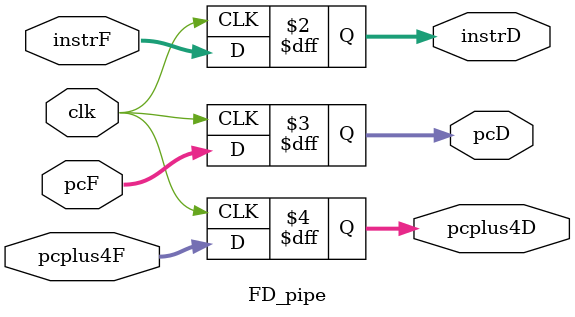
<source format=v>
module FD_pipe(
    input clk,
    input [31:0]instrF,
    input [31:0]pcF,
    input [31:0]pcplus4F,
    output reg [31:0]instrD,
    output reg [31:0]pcD,
    output reg [31:0]pcplus4D,
);

always @(posedge clk)
begin
    instrD <= instrF;
    pcD <= pcF;
    pcplus4D <= pcplus4F;
end

endmodule
</source>
